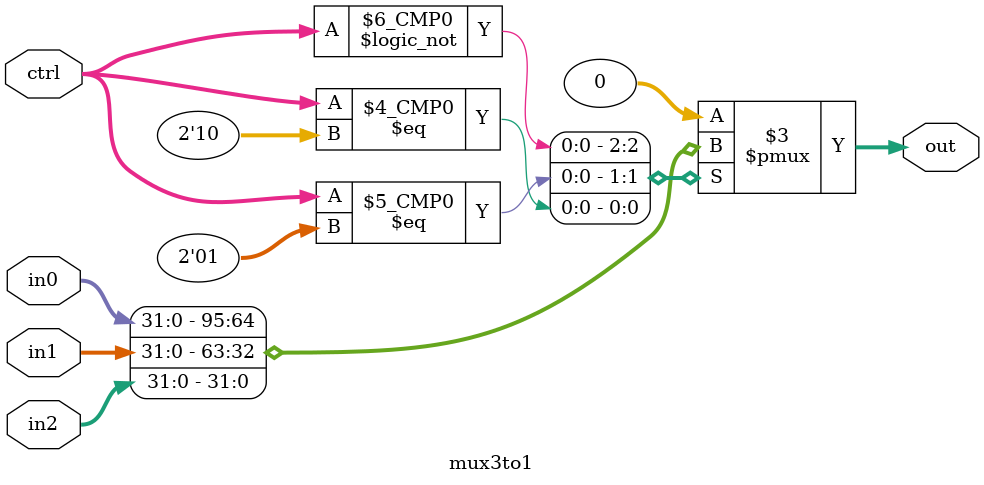
<source format=v>
module mux3to1 
	#(parameter SIZE = 32)
	(
	input wire [SIZE-1:0]	in0,
	input wire [SIZE-1:0]	in1,
	input wire [SIZE-1:0]	in2,
	input wire [1:0]	ctrl,

	output reg [SIZE-1:0] out
	);

	always @*
	begin
		case (ctrl)
			2'b00:
				out = in0;
			2'b01:
				out = in1;
			2'b10:
				out = in2;
			default:
				out = 32'b0;
		endcase
	end
endmodule

</source>
